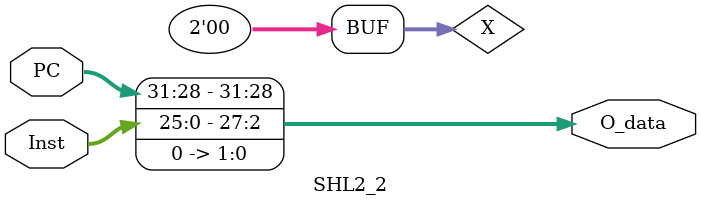
<source format=v>
`timescale 1ns / 1ps


module SHL2_2(Inst,PC,O_data);
    input[25:0] Inst;
    input[31:0] PC;
    output [31:0] O_data;
    reg[1:0] X=2'b00;
    assign O_data={PC[31:28],Inst,X};
endmodule


</source>
